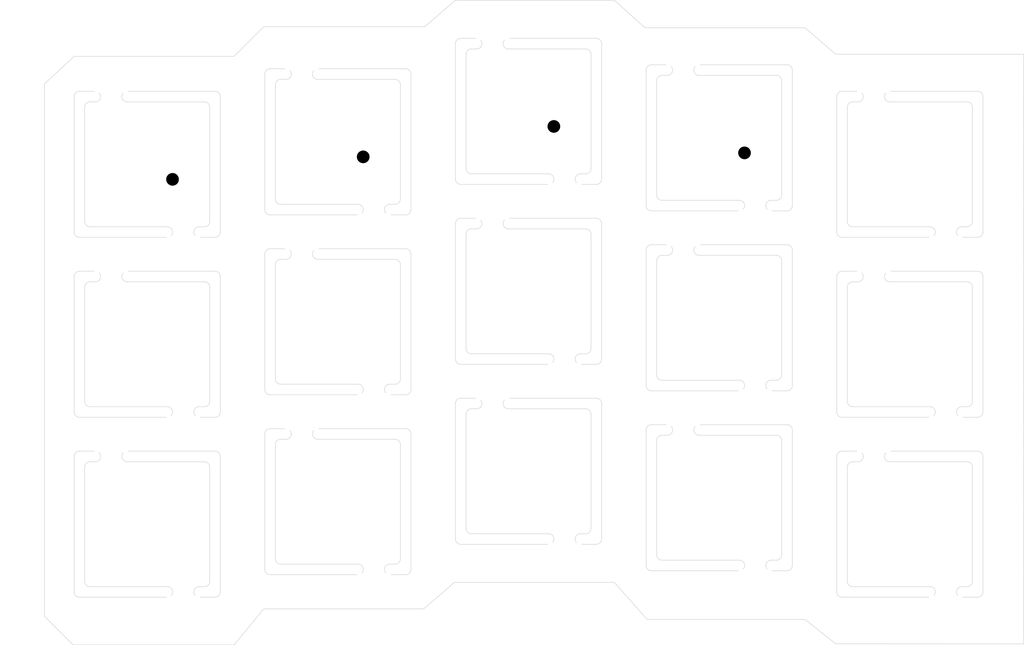
<source format=kicad_pcb>
(kicad_pcb (version 20241229) (generator "pcbnew") (generator_version "9.0")
  (layers (0 "F.Cu" signal) (2 "B.Cu" signal) (13 "F.Paste" user) (15 "B.Paste" user) (5 "F.SilkS" user "F.Silkscreen") (7 "B.SilkS" user "B.Silkscreen") (1 "F.Mask" user) (3 "B.Mask" user) (25 "Edge.Cuts" user))
  (net 0 "")
  (footprint "Footprints:PLATE_choc_footprint_exp" (layer "F.Cu") (at 108 65)
    (property "Reference" "S1" (hide yes))
    (property "Value" "Keyswitch" (hide yes))
    (fp_line (start -6.9 -6.4) (end -6.9 6.4) (stroke (width 0.05)) (layer "Edge.Cuts"))
    (fp_line (start -5.9 -5.4) (end -5.9 5.4) (stroke (width 0.05)) (layer "Edge.Cuts"))
    (fp_line (start -5.4 5.9) (end 1.9 5.9) (stroke (width 0.05)) (layer "Edge.Cuts"))
    (fp_line (start -4.9 -6.9) (end -6.4 -6.9) (stroke (width 0.05)) (layer "Edge.Cuts"))
    (fp_line (start -4.9 -5.9) (end -5.4 -5.9) (stroke (width 0.05)) (layer "Edge.Cuts"))
    (fp_line (start 1.9 6.9) (end -6.4 6.9) (stroke (width 0.05)) (layer "Edge.Cuts"))
    (fp_line (start 4.9 5.9) (end 5.4 5.9) (stroke (width 0.05)) (layer "Edge.Cuts"))
    (fp_line (start 5.4 -5.9) (end -1.9 -5.9) (stroke (width 0.05)) (layer "Edge.Cuts"))
    (fp_line (start 5.9 5.4) (end 5.9 -5.4) (stroke (width 0.05)) (layer "Edge.Cuts"))
    (fp_line (start 6.4 -6.9) (end -1.9 -6.9) (stroke (width 0.05)) (layer "Edge.Cuts"))
    (fp_line (start 6.4 6.9) (end 4.9 6.9) (stroke (width 0.05)) (layer "Edge.Cuts"))
    (fp_line (start 6.9 6.4) (end 6.9 -6.4) (stroke (width 0.05)) (layer "Edge.Cuts"))
    (fp_arc (start -6.9 -6.4) (mid -6.753553 -6.753553) (end -6.4 -6.9) (stroke (width 0.05)) (layer "Edge.Cuts"))
    (fp_arc (start -6.4 6.9) (mid -6.753553 6.753553) (end -6.9 6.4) (stroke (width 0.05)) (layer "Edge.Cuts"))
    (fp_arc (start -5.9 -5.4) (mid -5.753553 -5.753553) (end -5.4 -5.9) (stroke (width 0.05)) (layer "Edge.Cuts"))
    (fp_arc (start -5.4 5.9) (mid -5.753553 5.753553) (end -5.9 5.4) (stroke (width 0.05)) (layer "Edge.Cuts"))
    (fp_arc (start -4.9 -6.9) (mid -4.4 -6.4) (end -4.9 -5.9) (stroke (width 0.05)) (layer "Edge.Cuts"))
    (fp_arc (start -1.9 -5.9) (mid -2.4 -6.4) (end -1.9 -6.9) (stroke (width 0.05)) (layer "Edge.Cuts"))
    (fp_arc (start 1.9 5.9) (mid 2.4 6.4) (end 1.9 6.9) (stroke (width 0.05)) (layer "Edge.Cuts"))
    (fp_arc (start 4.9 6.9) (mid 4.4 6.4) (end 4.9 5.9) (stroke (width 0.05)) (layer "Edge.Cuts"))
    (fp_arc (start 5.4 -5.9) (mid 5.753553 -5.753553) (end 5.9 -5.4) (stroke (width 0.05)) (layer "Edge.Cuts"))
    (fp_arc (start 5.9 5.4) (mid 5.753553 5.753553) (end 5.4 5.9) (stroke (width 0.05)) (layer "Edge.Cuts"))
    (fp_arc (start 6.4 -6.9) (mid 6.753553 -6.753553) (end 6.9 -6.4) (stroke (width 0.05)) (layer "Edge.Cuts"))
    (fp_arc (start 6.9 6.4) (mid 6.753553 6.753553) (end 6.4 6.9) (stroke (width 0.05)) (layer "Edge.Cuts"))
    (pad "" np_thru_hole circle (at -4.67 -7.1) (size 0.75 0.75) (drill 0.75) (layers "*.Cu" "*.Mask"))
    (pad "" np_thru_hole circle (at -3.510001 -4.080003 90) (size 1.9 1.9) (drill 1.9) (layers "*.Cu" "*.Mask"))
    (pad "" np_thru_hole circle (at -3.51 1.42 90) (size 3.45 3.45) (drill 3.45) (layers "*.Cu" "*.Mask"))
    (pad "" np_thru_hole circle (at -3.4 -7.1) (size 0.75 0.75) (drill 0.75) (layers "*.Cu" "*.Mask"))
    (pad "" np_thru_hole circle (at -2.13 -7.1) (size 0.75 0.75) (drill 0.75) (layers "*.Cu" "*.Mask"))
    (pad "" np_thru_hole circle (at 0.29 -3.580001 90) (size 1.2 1.2) (drill 1.2) (layers "*.Cu" "*.Mask"))
    (pad "" np_thru_hole circle (at 2.13 7.1) (size 0.75 0.75) (drill 0.75) (layers "*.Cu" "*.Mask"))
    (pad "" np_thru_hole circle (at 2.39 1.42 90) (size 1.2 1.2) (drill 1.2) (layers "*.Mask"))
    (pad "" np_thru_hole circle (at 3.4 7.1) (size 0.75 0.75) (drill 0.75) (layers "*.Cu" "*.Mask"))
    (pad "" np_thru_hole circle (at 4.67 7.1) (size 0.75 0.75) (drill 0.75) (layers "*.Cu" "*.Mask"))
  )
  (footprint "Footprints:PLATE_choc" (layer "F.Cu") (at 108 99 180)
    (property "Reference" "S11" (hide yes))
    (property "Value" "Keyswitch" (hide yes))
    (fp_line (start 6.9 6.4) (end 6.9 -6.4) (stroke (width 0.05)) (layer "Edge.Cuts"))
    (fp_line (start 6.4 6.9) (end 4.9 6.9) (stroke (width 0.05)) (layer "Edge.Cuts"))
    (fp_line (start 6.4 -6.9) (end -1.9 -6.9) (stroke (width 0.05)) (layer "Edge.Cuts"))
    (fp_line (start 5.9 5.4) (end 5.9 -5.4) (stroke (width 0.05)) (layer "Edge.Cuts"))
    (fp_line (start 5.4 -5.9) (end -1.9 -5.9) (stroke (width 0.05)) (layer "Edge.Cuts"))
    (fp_line (start 4.9 5.9) (end 5.4 5.9) (stroke (width 0.05)) (layer "Edge.Cuts"))
    (fp_line (start 1.9 6.9) (end -6.4 6.9) (stroke (width 0.05)) (layer "Edge.Cuts"))
    (fp_line (start -4.9 -5.9) (end -5.4 -5.9) (stroke (width 0.05)) (layer "Edge.Cuts"))
    (fp_line (start -4.9 -6.9) (end -6.4 -6.9) (stroke (width 0.05)) (layer "Edge.Cuts"))
    (fp_line (start -5.4 5.9) (end 1.9 5.9) (stroke (width 0.05)) (layer "Edge.Cuts"))
    (fp_line (start -5.9 -5.4) (end -5.9 5.4) (stroke (width 0.05)) (layer "Edge.Cuts"))
    (fp_line (start -6.9 -6.4) (end -6.9 6.4) (stroke (width 0.05)) (layer "Edge.Cuts"))
    (fp_arc (start 6.9 6.4) (mid 6.753553 6.753553) (end 6.4 6.9) (stroke (width 0.05)) (layer "Edge.Cuts"))
    (fp_arc (start 6.4 -6.9) (mid 6.753553 -6.753553) (end 6.9 -6.4) (stroke (width 0.05)) (layer "Edge.Cuts"))
    (fp_arc (start 5.9 5.4) (mid 5.753553 5.753553) (end 5.4 5.9) (stroke (width 0.05)) (layer "Edge.Cuts"))
    (fp_arc (start 5.4 -5.9) (mid 5.753553 -5.753553) (end 5.9 -5.4) (stroke (width 0.05)) (layer "Edge.Cuts"))
    (fp_arc (start 4.9 6.9) (mid 4.4 6.4) (end 4.9 5.9) (stroke (width 0.05)) (layer "Edge.Cuts"))
    (fp_arc (start 1.9 5.9) (mid 2.4 6.4) (end 1.9 6.9) (stroke (width 0.05)) (layer "Edge.Cuts"))
    (fp_arc (start -1.9 -5.9) (mid -2.4 -6.4) (end -1.9 -6.9) (stroke (width 0.05)) (layer "Edge.Cuts"))
    (fp_arc (start -4.9 -6.9) (mid -4.4 -6.4) (end -4.9 -5.9) (stroke (width 0.05)) (layer "Edge.Cuts"))
    (fp_arc (start -5.4 5.9) (mid -5.753553 5.753553) (end -5.9 5.4) (stroke (width 0.05)) (layer "Edge.Cuts"))
    (fp_arc (start -5.9 -5.4) (mid -5.753553 -5.753553) (end -5.4 -5.9) (stroke (width 0.05)) (layer "Edge.Cuts"))
    (fp_arc (start -6.4 6.9) (mid -6.753553 6.753553) (end -6.9 6.4) (stroke (width 0.05)) (layer "Edge.Cuts"))
    (fp_arc (start -6.9 -6.4) (mid -6.753553 -6.753553) (end -6.4 -6.9) (stroke (width 0.05)) (layer "Edge.Cuts"))
    (pad "" np_thru_hole circle (at -4.67 -7.1 180) (size 0.75 0.75) (drill 0.75) (layers "*.Cu" "*.Mask"))
    (pad "" np_thru_hole circle (at -3.4 -7.1 180) (size 0.75 0.75) (drill 0.75) (layers "*.Cu" "*.Mask"))
    (pad "" np_thru_hole circle (at -2.13 -7.1 180) (size 0.75 0.75) (drill 0.75) (layers "*.Cu" "*.Mask"))
    (pad "" np_thru_hole circle (at 2.13 7.1 180) (size 0.75 0.75) (drill 0.75) (layers "*.Cu" "*.Mask"))
    (pad "" np_thru_hole circle (at 3.4 7.1 180) (size 0.75 0.75) (drill 0.75) (layers "*.Cu" "*.Mask"))
    (pad "" np_thru_hole circle (at 4.67 7.1 180) (size 0.75 0.75) (drill 0.75) (layers "*.Cu" "*.Mask"))
  )
  (footprint "Footprints:PLATE_choc_footprint_exp" (layer "F.Cu") (at 162 62.5)
    (property "Reference" "S4" (hide yes))
    (property "Value" "Keyswitch" (hide yes))
    (fp_line (start -6.9 -6.4) (end -6.9 6.4) (stroke (width 0.05)) (layer "Edge.Cuts"))
    (fp_line (start -5.9 -5.4) (end -5.9 5.4) (stroke (width 0.05)) (layer "Edge.Cuts"))
    (fp_line (start -5.4 5.9) (end 1.9 5.9) (stroke (width 0.05)) (layer "Edge.Cuts"))
    (fp_line (start -4.9 -6.9) (end -6.4 -6.9) (stroke (width 0.05)) (layer "Edge.Cuts"))
    (fp_line (start -4.9 -5.9) (end -5.4 -5.9) (stroke (width 0.05)) (layer "Edge.Cuts"))
    (fp_line (start 1.9 6.9) (end -6.4 6.9) (stroke (width 0.05)) (layer "Edge.Cuts"))
    (fp_line (start 4.9 5.9) (end 5.4 5.9) (stroke (width 0.05)) (layer "Edge.Cuts"))
    (fp_line (start 5.4 -5.9) (end -1.9 -5.9) (stroke (width 0.05)) (layer "Edge.Cuts"))
    (fp_line (start 5.9 5.4) (end 5.9 -5.4) (stroke (width 0.05)) (layer "Edge.Cuts"))
    (fp_line (start 6.4 -6.9) (end -1.9 -6.9) (stroke (width 0.05)) (layer "Edge.Cuts"))
    (fp_line (start 6.4 6.9) (end 4.9 6.9) (stroke (width 0.05)) (layer "Edge.Cuts"))
    (fp_line (start 6.9 6.4) (end 6.9 -6.4) (stroke (width 0.05)) (layer "Edge.Cuts"))
    (fp_arc (start -6.9 -6.4) (mid -6.753553 -6.753553) (end -6.4 -6.9) (stroke (width 0.05)) (layer "Edge.Cuts"))
    (fp_arc (start -6.4 6.9) (mid -6.753553 6.753553) (end -6.9 6.4) (stroke (width 0.05)) (layer "Edge.Cuts"))
    (fp_arc (start -5.9 -5.4) (mid -5.753553 -5.753553) (end -5.4 -5.9) (stroke (width 0.05)) (layer "Edge.Cuts"))
    (fp_arc (start -5.4 5.9) (mid -5.753553 5.753553) (end -5.9 5.4) (stroke (width 0.05)) (layer "Edge.Cuts"))
    (fp_arc (start -4.9 -6.9) (mid -4.4 -6.4) (end -4.9 -5.9) (stroke (width 0.05)) (layer "Edge.Cuts"))
    (fp_arc (start -1.9 -5.9) (mid -2.4 -6.4) (end -1.9 -6.9) (stroke (width 0.05)) (layer "Edge.Cuts"))
    (fp_arc (start 1.9 5.9) (mid 2.4 6.4) (end 1.9 6.9) (stroke (width 0.05)) (layer "Edge.Cuts"))
    (fp_arc (start 4.9 6.9) (mid 4.4 6.4) (end 4.9 5.9) (stroke (width 0.05)) (layer "Edge.Cuts"))
    (fp_arc (start 5.4 -5.9) (mid 5.753553 -5.753553) (end 5.9 -5.4) (stroke (width 0.05)) (layer "Edge.Cuts"))
    (fp_arc (start 5.9 5.4) (mid 5.753553 5.753553) (end 5.4 5.9) (stroke (width 0.05)) (layer "Edge.Cuts"))
    (fp_arc (start 6.4 -6.9) (mid 6.753553 -6.753553) (end 6.9 -6.4) (stroke (width 0.05)) (layer "Edge.Cuts"))
    (fp_arc (start 6.9 6.4) (mid 6.753553 6.753553) (end 6.4 6.9) (stroke (width 0.05)) (layer "Edge.Cuts"))
    (pad "" np_thru_hole circle (at -4.67 -7.1) (size 0.75 0.75) (drill 0.75) (layers "*.Cu" "*.Mask"))
    (pad "" np_thru_hole circle (at -3.510001 -4.080003 90) (size 1.9 1.9) (drill 1.9) (layers "*.Cu" "*.Mask"))
    (pad "" np_thru_hole circle (at -3.51 1.42 90) (size 3.45 3.45) (drill 3.45) (layers "*.Cu" "*.Mask"))
    (pad "" np_thru_hole circle (at -3.4 -7.1) (size 0.75 0.75) (drill 0.75) (layers "*.Cu" "*.Mask"))
    (pad "" np_thru_hole circle (at -2.13 -7.1) (size 0.75 0.75) (drill 0.75) (layers "*.Cu" "*.Mask"))
    (pad "" np_thru_hole circle (at 0.29 -3.580001 90) (size 1.2 1.2) (drill 1.2) (layers "*.Cu" "*.Mask"))
    (pad "" np_thru_hole circle (at 2.13 7.1) (size 0.75 0.75) (drill 0.75) (layers "*.Cu" "*.Mask"))
    (pad "" np_thru_hole circle (at 2.39 1.42 90) (size 1.2 1.2) (drill 1.2) (layers "*.Mask"))
    (pad "" np_thru_hole circle (at 3.4 7.1) (size 0.75 0.75) (drill 0.75) (layers "*.Cu" "*.Mask"))
    (pad "" np_thru_hole circle (at 4.67 7.1) (size 0.75 0.75) (drill 0.75) (layers "*.Cu" "*.Mask"))
  )
  (footprint "Footprints:PLATE_choc_footprint_exp" (layer "F.Cu") (at 144 60)
    (property "Reference" "S3" (hide yes))
    (property "Value" "Keyswitch" (hide yes))
    (fp_line (start -6.9 -6.4) (end -6.9 6.4) (stroke (width 0.05)) (layer "Edge.Cuts"))
    (fp_line (start -5.9 -5.4) (end -5.9 5.4) (stroke (width 0.05)) (layer "Edge.Cuts"))
    (fp_line (start -5.4 5.9) (end 1.9 5.9) (stroke (width 0.05)) (layer "Edge.Cuts"))
    (fp_line (start -4.9 -6.9) (end -6.4 -6.9) (stroke (width 0.05)) (layer "Edge.Cuts"))
    (fp_line (start -4.9 -5.9) (end -5.4 -5.9) (stroke (width 0.05)) (layer "Edge.Cuts"))
    (fp_line (start 1.9 6.9) (end -6.4 6.9) (stroke (width 0.05)) (layer "Edge.Cuts"))
    (fp_line (start 4.9 5.9) (end 5.4 5.9) (stroke (width 0.05)) (layer "Edge.Cuts"))
    (fp_line (start 5.4 -5.9) (end -1.9 -5.9) (stroke (width 0.05)) (layer "Edge.Cuts"))
    (fp_line (start 5.9 5.4) (end 5.9 -5.4) (stroke (width 0.05)) (layer "Edge.Cuts"))
    (fp_line (start 6.4 -6.9) (end -1.9 -6.9) (stroke (width 0.05)) (layer "Edge.Cuts"))
    (fp_line (start 6.4 6.9) (end 4.9 6.9) (stroke (width 0.05)) (layer "Edge.Cuts"))
    (fp_line (start 6.9 6.4) (end 6.9 -6.4) (stroke (width 0.05)) (layer "Edge.Cuts"))
    (fp_arc (start -6.9 -6.4) (mid -6.753553 -6.753553) (end -6.4 -6.9) (stroke (width 0.05)) (layer "Edge.Cuts"))
    (fp_arc (start -6.4 6.9) (mid -6.753553 6.753553) (end -6.9 6.4) (stroke (width 0.05)) (layer "Edge.Cuts"))
    (fp_arc (start -5.9 -5.4) (mid -5.753553 -5.753553) (end -5.4 -5.9) (stroke (width 0.05)) (layer "Edge.Cuts"))
    (fp_arc (start -5.4 5.9) (mid -5.753553 5.753553) (end -5.9 5.4) (stroke (width 0.05)) (layer "Edge.Cuts"))
    (fp_arc (start -4.9 -6.9) (mid -4.4 -6.4) (end -4.9 -5.9) (stroke (width 0.05)) (layer "Edge.Cuts"))
    (fp_arc (start -1.9 -5.9) (mid -2.4 -6.4) (end -1.9 -6.9) (stroke (width 0.05)) (layer "Edge.Cuts"))
    (fp_arc (start 1.9 5.9) (mid 2.4 6.4) (end 1.9 6.9) (stroke (width 0.05)) (layer "Edge.Cuts"))
    (fp_arc (start 4.9 6.9) (mid 4.4 6.4) (end 4.9 5.9) (stroke (width 0.05)) (layer "Edge.Cuts"))
    (fp_arc (start 5.4 -5.9) (mid 5.753553 -5.753553) (end 5.9 -5.4) (stroke (width 0.05)) (layer "Edge.Cuts"))
    (fp_arc (start 5.9 5.4) (mid 5.753553 5.753553) (end 5.4 5.9) (stroke (width 0.05)) (layer "Edge.Cuts"))
    (fp_arc (start 6.4 -6.9) (mid 6.753553 -6.753553) (end 6.9 -6.4) (stroke (width 0.05)) (layer "Edge.Cuts"))
    (fp_arc (start 6.9 6.4) (mid 6.753553 6.753553) (end 6.4 6.9) (stroke (width 0.05)) (layer "Edge.Cuts"))
    (pad "" np_thru_hole circle (at -4.67 -7.1) (size 0.75 0.75) (drill 0.75) (layers "*.Cu" "*.Mask"))
    (pad "" np_thru_hole circle (at -3.510001 -4.080003 90) (size 1.9 1.9) (drill 1.9) (layers "*.Cu" "*.Mask"))
    (pad "" np_thru_hole circle (at -3.51 1.42 90) (size 3.45 3.45) (drill 3.45) (layers "*.Cu" "*.Mask"))
    (pad "" np_thru_hole circle (at -3.4 -7.1) (size 0.75 0.75) (drill 0.75) (layers "*.Cu" "*.Mask"))
    (pad "" np_thru_hole circle (at -2.13 -7.1) (size 0.75 0.75) (drill 0.75) (layers "*.Cu" "*.Mask"))
    (pad "" np_thru_hole circle (at 0.29 -3.580001 90) (size 1.2 1.2) (drill 1.2) (layers "*.Cu" "*.Mask"))
    (pad "" np_thru_hole circle (at 2.13 7.1) (size 0.75 0.75) (drill 0.75) (layers "*.Cu" "*.Mask"))
    (pad "" np_thru_hole circle (at 2.39 1.42 90) (size 1.2 1.2) (drill 1.2) (layers "*.Mask"))
    (pad "" np_thru_hole circle (at 3.4 7.1) (size 0.75 0.75) (drill 0.75) (layers "*.Cu" "*.Mask"))
    (pad "" np_thru_hole circle (at 4.67 7.1) (size 0.75 0.75) (drill 0.75) (layers "*.Cu" "*.Mask"))
  )
  (footprint "Footprints:PLATE_choc" (layer "F.Cu") (at 162 96.5 180)
    (property "Reference" "S14" (hide yes))
    (property "Value" "Keyswitch" (hide yes))
    (fp_line (start 6.9 6.4) (end 6.9 -6.4) (stroke (width 0.05)) (layer "Edge.Cuts"))
    (fp_line (start 6.4 6.9) (end 4.9 6.9) (stroke (width 0.05)) (layer "Edge.Cuts"))
    (fp_line (start 6.4 -6.9) (end -1.9 -6.9) (stroke (width 0.05)) (layer "Edge.Cuts"))
    (fp_line (start 5.9 5.4) (end 5.9 -5.4) (stroke (width 0.05)) (layer "Edge.Cuts"))
    (fp_line (start 5.4 -5.9) (end -1.9 -5.9) (stroke (width 0.05)) (layer "Edge.Cuts"))
    (fp_line (start 4.9 5.9) (end 5.4 5.9) (stroke (width 0.05)) (layer "Edge.Cuts"))
    (fp_line (start 1.9 6.9) (end -6.4 6.9) (stroke (width 0.05)) (layer "Edge.Cuts"))
    (fp_line (start -4.9 -5.9) (end -5.4 -5.9) (stroke (width 0.05)) (layer "Edge.Cuts"))
    (fp_line (start -4.9 -6.9) (end -6.4 -6.9) (stroke (width 0.05)) (layer "Edge.Cuts"))
    (fp_line (start -5.4 5.9) (end 1.9 5.9) (stroke (width 0.05)) (layer "Edge.Cuts"))
    (fp_line (start -5.9 -5.4) (end -5.9 5.4) (stroke (width 0.05)) (layer "Edge.Cuts"))
    (fp_line (start -6.9 -6.4) (end -6.9 6.4) (stroke (width 0.05)) (layer "Edge.Cuts"))
    (fp_arc (start 6.9 6.4) (mid 6.753553 6.753553) (end 6.4 6.9) (stroke (width 0.05)) (layer "Edge.Cuts"))
    (fp_arc (start 6.4 -6.9) (mid 6.753553 -6.753553) (end 6.9 -6.4) (stroke (width 0.05)) (layer "Edge.Cuts"))
    (fp_arc (start 5.9 5.4) (mid 5.753553 5.753553) (end 5.4 5.9) (stroke (width 0.05)) (layer "Edge.Cuts"))
    (fp_arc (start 5.4 -5.9) (mid 5.753553 -5.753553) (end 5.9 -5.4) (stroke (width 0.05)) (layer "Edge.Cuts"))
    (fp_arc (start 4.9 6.9) (mid 4.4 6.4) (end 4.9 5.9) (stroke (width 0.05)) (layer "Edge.Cuts"))
    (fp_arc (start 1.9 5.9) (mid 2.4 6.4) (end 1.9 6.9) (stroke (width 0.05)) (layer "Edge.Cuts"))
    (fp_arc (start -1.9 -5.9) (mid -2.4 -6.4) (end -1.9 -6.9) (stroke (width 0.05)) (layer "Edge.Cuts"))
    (fp_arc (start -4.9 -6.9) (mid -4.4 -6.4) (end -4.9 -5.9) (stroke (width 0.05)) (layer "Edge.Cuts"))
    (fp_arc (start -5.4 5.9) (mid -5.753553 5.753553) (end -5.9 5.4) (stroke (width 0.05)) (layer "Edge.Cuts"))
    (fp_arc (start -5.9 -5.4) (mid -5.753553 -5.753553) (end -5.4 -5.9) (stroke (width 0.05)) (layer "Edge.Cuts"))
    (fp_arc (start -6.4 6.9) (mid -6.753553 6.753553) (end -6.9 6.4) (stroke (width 0.05)) (layer "Edge.Cuts"))
    (fp_arc (start -6.9 -6.4) (mid -6.753553 -6.753553) (end -6.4 -6.9) (stroke (width 0.05)) (layer "Edge.Cuts"))
    (pad "" np_thru_hole circle (at -4.67 -7.1 180) (size 0.75 0.75) (drill 0.75) (layers "*.Cu" "*.Mask"))
    (pad "" np_thru_hole circle (at -3.4 -7.1 180) (size 0.75 0.75) (drill 0.75) (layers "*.Cu" "*.Mask"))
    (pad "" np_thru_hole circle (at -2.13 -7.1 180) (size 0.75 0.75) (drill 0.75) (layers "*.Cu" "*.Mask"))
    (pad "" np_thru_hole circle (at 2.13 7.1 180) (size 0.75 0.75) (drill 0.75) (layers "*.Cu" "*.Mask"))
    (pad "" np_thru_hole circle (at 3.4 7.1 180) (size 0.75 0.75) (drill 0.75) (layers "*.Cu" "*.Mask"))
    (pad "" np_thru_hole circle (at 4.67 7.1 180) (size 0.75 0.75) (drill 0.75) (layers "*.Cu" "*.Mask"))
  )
  (footprint "Footprints:PLATE_choc" (layer "F.Cu") (at 144 77)
    (property "Reference" "S8" (hide yes))
    (property "Value" "Keyswitch" (hide yes))
    (fp_line (start -6.9 -6.4) (end -6.9 6.4) (stroke (width 0.05)) (layer "Edge.Cuts"))
    (fp_line (start -5.9 -5.4) (end -5.9 5.4) (stroke (width 0.05)) (layer "Edge.Cuts"))
    (fp_line (start -5.4 5.9) (end 1.9 5.9) (stroke (width 0.05)) (layer "Edge.Cuts"))
    (fp_line (start -4.9 -6.9) (end -6.4 -6.9) (stroke (width 0.05)) (layer "Edge.Cuts"))
    (fp_line (start -4.9 -5.9) (end -5.4 -5.9) (stroke (width 0.05)) (layer "Edge.Cuts"))
    (fp_line (start 1.9 6.9) (end -6.4 6.9) (stroke (width 0.05)) (layer "Edge.Cuts"))
    (fp_line (start 4.9 5.9) (end 5.4 5.9) (stroke (width 0.05)) (layer "Edge.Cuts"))
    (fp_line (start 5.4 -5.9) (end -1.9 -5.9) (stroke (width 0.05)) (layer "Edge.Cuts"))
    (fp_line (start 5.9 5.4) (end 5.9 -5.4) (stroke (width 0.05)) (layer "Edge.Cuts"))
    (fp_line (start 6.4 -6.9) (end -1.9 -6.9) (stroke (width 0.05)) (layer "Edge.Cuts"))
    (fp_line (start 6.4 6.9) (end 4.9 6.9) (stroke (width 0.05)) (layer "Edge.Cuts"))
    (fp_line (start 6.9 6.4) (end 6.9 -6.4) (stroke (width 0.05)) (layer "Edge.Cuts"))
    (fp_arc (start -6.9 -6.4) (mid -6.753553 -6.753553) (end -6.4 -6.9) (stroke (width 0.05)) (layer "Edge.Cuts"))
    (fp_arc (start -6.4 6.9) (mid -6.753553 6.753553) (end -6.9 6.4) (stroke (width 0.05)) (layer "Edge.Cuts"))
    (fp_arc (start -5.9 -5.4) (mid -5.753553 -5.753553) (end -5.4 -5.9) (stroke (width 0.05)) (layer "Edge.Cuts"))
    (fp_arc (start -5.4 5.9) (mid -5.753553 5.753553) (end -5.9 5.4) (stroke (width 0.05)) (layer "Edge.Cuts"))
    (fp_arc (start -4.9 -6.9) (mid -4.4 -6.4) (end -4.9 -5.9) (stroke (width 0.05)) (layer "Edge.Cuts"))
    (fp_arc (start -1.9 -5.9) (mid -2.4 -6.4) (end -1.9 -6.9) (stroke (width 0.05)) (layer "Edge.Cuts"))
    (fp_arc (start 1.9 5.9) (mid 2.4 6.4) (end 1.9 6.9) (stroke (width 0.05)) (layer "Edge.Cuts"))
    (fp_arc (start 4.9 6.9) (mid 4.4 6.4) (end 4.9 5.9) (stroke (width 0.05)) (layer "Edge.Cuts"))
    (fp_arc (start 5.4 -5.9) (mid 5.753553 -5.753553) (end 5.9 -5.4) (stroke (width 0.05)) (layer "Edge.Cuts"))
    (fp_arc (start 5.9 5.4) (mid 5.753553 5.753553) (end 5.4 5.9) (stroke (width 0.05)) (layer "Edge.Cuts"))
    (fp_arc (start 6.4 -6.9) (mid 6.753553 -6.753553) (end 6.9 -6.4) (stroke (width 0.05)) (layer "Edge.Cuts"))
    (fp_arc (start 6.9 6.4) (mid 6.753553 6.753553) (end 6.4 6.9) (stroke (width 0.05)) (layer "Edge.Cuts"))
    (pad "" np_thru_hole circle (at -4.67 -7.1) (size 0.75 0.75) (drill 0.75) (layers "*.Cu" "*.Mask"))
    (pad "" np_thru_hole circle (at -3.4 -7.1) (size 0.75 0.75) (drill 0.75) (layers "*.Cu" "*.Mask"))
    (pad "" np_thru_hole circle (at -2.13 -7.1) (size 0.75 0.75) (drill 0.75) (layers "*.Cu" "*.Mask"))
    (pad "" np_thru_hole circle (at 2.13 7.1) (size 0.75 0.75) (drill 0.75) (layers "*.Cu" "*.Mask"))
    (pad "" np_thru_hole circle (at 3.4 7.1) (size 0.75 0.75) (drill 0.75) (layers "*.Cu" "*.Mask"))
    (pad "" np_thru_hole circle (at 4.67 7.1) (size 0.75 0.75) (drill 0.75) (layers "*.Cu" "*.Mask"))
  )
  (footprint "Footprints:PLATE_choc" (layer "F.Cu") (at 126 79.875)
    (property "Reference" "S7" (hide yes))
    (property "Value" "Keyswitch" (hide yes))
    (fp_line (start -6.9 -6.4) (end -6.9 6.4) (stroke (width 0.05)) (layer "Edge.Cuts"))
    (fp_line (start -5.9 -5.4) (end -5.9 5.4) (stroke (width 0.05)) (layer "Edge.Cuts"))
    (fp_line (start -5.4 5.9) (end 1.9 5.9) (stroke (width 0.05)) (layer "Edge.Cuts"))
    (fp_line (start -4.9 -6.9) (end -6.4 -6.9) (stroke (width 0.05)) (layer "Edge.Cuts"))
    (fp_line (start -4.9 -5.9) (end -5.4 -5.9) (stroke (width 0.05)) (layer "Edge.Cuts"))
    (fp_line (start 1.9 6.9) (end -6.4 6.9) (stroke (width 0.05)) (layer "Edge.Cuts"))
    (fp_line (start 4.9 5.9) (end 5.4 5.9) (stroke (width 0.05)) (layer "Edge.Cuts"))
    (fp_line (start 5.4 -5.9) (end -1.9 -5.9) (stroke (width 0.05)) (layer "Edge.Cuts"))
    (fp_line (start 5.9 5.4) (end 5.9 -5.4) (stroke (width 0.05)) (layer "Edge.Cuts"))
    (fp_line (start 6.4 -6.9) (end -1.9 -6.9) (stroke (width 0.05)) (layer "Edge.Cuts"))
    (fp_line (start 6.4 6.9) (end 4.9 6.9) (stroke (width 0.05)) (layer "Edge.Cuts"))
    (fp_line (start 6.9 6.4) (end 6.9 -6.4) (stroke (width 0.05)) (layer "Edge.Cuts"))
    (fp_arc (start -6.9 -6.4) (mid -6.753553 -6.753553) (end -6.4 -6.9) (stroke (width 0.05)) (layer "Edge.Cuts"))
    (fp_arc (start -6.4 6.9) (mid -6.753553 6.753553) (end -6.9 6.4) (stroke (width 0.05)) (layer "Edge.Cuts"))
    (fp_arc (start -5.9 -5.4) (mid -5.753553 -5.753553) (end -5.4 -5.9) (stroke (width 0.05)) (layer "Edge.Cuts"))
    (fp_arc (start -5.4 5.9) (mid -5.753553 5.753553) (end -5.9 5.4) (stroke (width 0.05)) (layer "Edge.Cuts"))
    (fp_arc (start -4.9 -6.9) (mid -4.4 -6.4) (end -4.9 -5.9) (stroke (width 0.05)) (layer "Edge.Cuts"))
    (fp_arc (start -1.9 -5.9) (mid -2.4 -6.4) (end -1.9 -6.9) (stroke (width 0.05)) (layer "Edge.Cuts"))
    (fp_arc (start 1.9 5.9) (mid 2.4 6.4) (end 1.9 6.9) (stroke (width 0.05)) (layer "Edge.Cuts"))
    (fp_arc (start 4.9 6.9) (mid 4.4 6.4) (end 4.9 5.9) (stroke (width 0.05)) (layer "Edge.Cuts"))
    (fp_arc (start 5.4 -5.9) (mid 5.753553 -5.753553) (end 5.9 -5.4) (stroke (width 0.05)) (layer "Edge.Cuts"))
    (fp_arc (start 5.9 5.4) (mid 5.753553 5.753553) (end 5.4 5.9) (stroke (width 0.05)) (layer "Edge.Cuts"))
    (fp_arc (start 6.4 -6.9) (mid 6.753553 -6.753553) (end 6.9 -6.4) (stroke (width 0.05)) (layer "Edge.Cuts"))
    (fp_arc (start 6.9 6.4) (mid 6.753553 6.753553) (end 6.4 6.9) (stroke (width 0.05)) (layer "Edge.Cuts"))
    (pad "" np_thru_hole circle (at -4.67 -7.1) (size 0.75 0.75) (drill 0.75) (layers "*.Cu" "*.Mask"))
    (pad "" np_thru_hole circle (at -3.4 -7.1) (size 0.75 0.75) (drill 0.75) (layers "*.Cu" "*.Mask"))
    (pad "" np_thru_hole circle (at -2.13 -7.1) (size 0.75 0.75) (drill 0.75) (layers "*.Cu" "*.Mask"))
    (pad "" np_thru_hole circle (at 2.13 7.1) (size 0.75 0.75) (drill 0.75) (layers "*.Cu" "*.Mask"))
    (pad "" np_thru_hole circle (at 3.4 7.1) (size 0.75 0.75) (drill 0.75) (layers "*.Cu" "*.Mask"))
    (pad "" np_thru_hole circle (at 4.67 7.1) (size 0.75 0.75) (drill 0.75) (layers "*.Cu" "*.Mask"))
  )
  (footprint "Footprints:PLATE_choc" (layer "F.Cu") (at 126 96.875 180)
    (property "Reference" "S12" (hide yes))
    (property "Value" "Keyswitch" (hide yes))
    (fp_line (start 6.9 6.4) (end 6.9 -6.4) (stroke (width 0.05)) (layer "Edge.Cuts"))
    (fp_line (start 6.4 6.9) (end 4.9 6.9) (stroke (width 0.05)) (layer "Edge.Cuts"))
    (fp_line (start 6.4 -6.9) (end -1.9 -6.9) (stroke (width 0.05)) (layer "Edge.Cuts"))
    (fp_line (start 5.9 5.4) (end 5.9 -5.4) (stroke (width 0.05)) (layer "Edge.Cuts"))
    (fp_line (start 5.4 -5.9) (end -1.9 -5.9) (stroke (width 0.05)) (layer "Edge.Cuts"))
    (fp_line (start 4.9 5.9) (end 5.4 5.9) (stroke (width 0.05)) (layer "Edge.Cuts"))
    (fp_line (start 1.9 6.9) (end -6.4 6.9) (stroke (width 0.05)) (layer "Edge.Cuts"))
    (fp_line (start -4.9 -5.9) (end -5.4 -5.9) (stroke (width 0.05)) (layer "Edge.Cuts"))
    (fp_line (start -4.9 -6.9) (end -6.4 -6.9) (stroke (width 0.05)) (layer "Edge.Cuts"))
    (fp_line (start -5.4 5.9) (end 1.9 5.9) (stroke (width 0.05)) (layer "Edge.Cuts"))
    (fp_line (start -5.9 -5.4) (end -5.9 5.4) (stroke (width 0.05)) (layer "Edge.Cuts"))
    (fp_line (start -6.9 -6.4) (end -6.9 6.4) (stroke (width 0.05)) (layer "Edge.Cuts"))
    (fp_arc (start 6.9 6.4) (mid 6.753553 6.753553) (end 6.4 6.9) (stroke (width 0.05)) (layer "Edge.Cuts"))
    (fp_arc (start 6.4 -6.9) (mid 6.753553 -6.753553) (end 6.9 -6.4) (stroke (width 0.05)) (layer "Edge.Cuts"))
    (fp_arc (start 5.9 5.4) (mid 5.753553 5.753553) (end 5.4 5.9) (stroke (width 0.05)) (layer "Edge.Cuts"))
    (fp_arc (start 5.4 -5.9) (mid 5.753553 -5.753553) (end 5.9 -5.4) (stroke (width 0.05)) (layer "Edge.Cuts"))
    (fp_arc (start 4.9 6.9) (mid 4.4 6.4) (end 4.9 5.9) (stroke (width 0.05)) (layer "Edge.Cuts"))
    (fp_arc (start 1.9 5.9) (mid 2.4 6.4) (end 1.9 6.9) (stroke (width 0.05)) (layer "Edge.Cuts"))
    (fp_arc (start -1.9 -5.9) (mid -2.4 -6.4) (end -1.9 -6.9) (stroke (width 0.05)) (layer "Edge.Cuts"))
    (fp_arc (start -4.9 -6.9) (mid -4.4 -6.4) (end -4.9 -5.9) (stroke (width 0.05)) (layer "Edge.Cuts"))
    (fp_arc (start -5.4 5.9) (mid -5.753553 5.753553) (end -5.9 5.4) (stroke (width 0.05)) (layer "Edge.Cuts"))
    (fp_arc (start -5.9 -5.4) (mid -5.753553 -5.753553) (end -5.4 -5.9) (stroke (width 0.05)) (layer "Edge.Cuts"))
    (fp_arc (start -6.4 6.9) (mid -6.753553 6.753553) (end -6.9 6.4) (stroke (width 0.05)) (layer "Edge.Cuts"))
    (fp_arc (start -6.9 -6.4) (mid -6.753553 -6.753553) (end -6.4 -6.9) (stroke (width 0.05)) (layer "Edge.Cuts"))
    (pad "" np_thru_hole circle (at -4.67 -7.1 180) (size 0.75 0.75) (drill 0.75) (layers "*.Cu" "*.Mask"))
    (pad "" np_thru_hole circle (at -3.4 -7.1 180) (size 0.75 0.75) (drill 0.75) (layers "*.Cu" "*.Mask"))
    (pad "" np_thru_hole circle (at -2.13 -7.1 180) (size 0.75 0.75) (drill 0.75) (layers "*.Cu" "*.Mask"))
    (pad "" np_thru_hole circle (at 2.13 7.1 180) (size 0.75 0.75) (drill 0.75) (layers "*.Cu" "*.Mask"))
    (pad "" np_thru_hole circle (at 3.4 7.1 180) (size 0.75 0.75) (drill 0.75) (layers "*.Cu" "*.Mask"))
    (pad "" np_thru_hole circle (at 4.67 7.1 180) (size 0.75 0.75) (drill 0.75) (layers "*.Cu" "*.Mask"))
  )
  (footprint "Footprints:PLATE_choc" (layer "F.Cu") (at 108 82)
    (property "Reference" "S6" (hide yes))
    (property "Value" "Keyswitch" (hide yes))
    (fp_line (start -6.9 -6.4) (end -6.9 6.4) (stroke (width 0.05)) (layer "Edge.Cuts"))
    (fp_line (start -5.9 -5.4) (end -5.9 5.4) (stroke (width 0.05)) (layer "Edge.Cuts"))
    (fp_line (start -5.4 5.9) (end 1.9 5.9) (stroke (width 0.05)) (layer "Edge.Cuts"))
    (fp_line (start -4.9 -6.9) (end -6.4 -6.9) (stroke (width 0.05)) (layer "Edge.Cuts"))
    (fp_line (start -4.9 -5.9) (end -5.4 -5.9) (stroke (width 0.05)) (layer "Edge.Cuts"))
    (fp_line (start 1.9 6.9) (end -6.4 6.9) (stroke (width 0.05)) (layer "Edge.Cuts"))
    (fp_line (start 4.9 5.9) (end 5.4 5.9) (stroke (width 0.05)) (layer "Edge.Cuts"))
    (fp_line (start 5.4 -5.9) (end -1.9 -5.9) (stroke (width 0.05)) (layer "Edge.Cuts"))
    (fp_line (start 5.9 5.4) (end 5.9 -5.4) (stroke (width 0.05)) (layer "Edge.Cuts"))
    (fp_line (start 6.4 -6.9) (end -1.9 -6.9) (stroke (width 0.05)) (layer "Edge.Cuts"))
    (fp_line (start 6.4 6.9) (end 4.9 6.9) (stroke (width 0.05)) (layer "Edge.Cuts"))
    (fp_line (start 6.9 6.4) (end 6.9 -6.4) (stroke (width 0.05)) (layer "Edge.Cuts"))
    (fp_arc (start -6.9 -6.4) (mid -6.753553 -6.753553) (end -6.4 -6.9) (stroke (width 0.05)) (layer "Edge.Cuts"))
    (fp_arc (start -6.4 6.9) (mid -6.753553 6.753553) (end -6.9 6.4) (stroke (width 0.05)) (layer "Edge.Cuts"))
    (fp_arc (start -5.9 -5.4) (mid -5.753553 -5.753553) (end -5.4 -5.9) (stroke (width 0.05)) (layer "Edge.Cuts"))
    (fp_arc (start -5.4 5.9) (mid -5.753553 5.753553) (end -5.9 5.4) (stroke (width 0.05)) (layer "Edge.Cuts"))
    (fp_arc (start -4.9 -6.9) (mid -4.4 -6.4) (end -4.9 -5.9) (stroke (width 0.05)) (layer "Edge.Cuts"))
    (fp_arc (start -1.9 -5.9) (mid -2.4 -6.4) (end -1.9 -6.9) (stroke (width 0.05)) (layer "Edge.Cuts"))
    (fp_arc (start 1.9 5.9) (mid 2.4 6.4) (end 1.9 6.9) (stroke (width 0.05)) (layer "Edge.Cuts"))
    (fp_arc (start 4.9 6.9) (mid 4.4 6.4) (end 4.9 5.9) (stroke (width 0.05)) (layer "Edge.Cuts"))
    (fp_arc (start 5.4 -5.9) (mid 5.753553 -5.753553) (end 5.9 -5.4) (stroke (width 0.05)) (layer "Edge.Cuts"))
    (fp_arc (start 5.9 5.4) (mid 5.753553 5.753553) (end 5.4 5.9) (stroke (width 0.05)) (layer "Edge.Cuts"))
    (fp_arc (start 6.4 -6.9) (mid 6.753553 -6.753553) (end 6.9 -6.4) (stroke (width 0.05)) (layer "Edge.Cuts"))
    (fp_arc (start 6.9 6.4) (mid 6.753553 6.753553) (end 6.4 6.9) (stroke (width 0.05)) (layer "Edge.Cuts"))
    (pad "" np_thru_hole circle (at -4.67 -7.1) (size 0.75 0.75) (drill 0.75) (layers "*.Cu" "*.Mask"))
    (pad "" np_thru_hole circle (at -3.4 -7.1) (size 0.75 0.75) (drill 0.75) (layers "*.Cu" "*.Mask"))
    (pad "" np_thru_hole circle (at -2.13 -7.1) (size 0.75 0.75) (drill 0.75) (layers "*.Cu" "*.Mask"))
    (pad "" np_thru_hole circle (at 2.13 7.1) (size 0.75 0.75) (drill 0.75) (layers "*.Cu" "*.Mask"))
    (pad "" np_thru_hole circle (at 3.4 7.1) (size 0.75 0.75) (drill 0.75) (layers "*.Cu" "*.Mask"))
    (pad "" np_thru_hole circle (at 4.67 7.1) (size 0.75 0.75) (drill 0.75) (layers "*.Cu" "*.Mask"))
  )
  (footprint "Footprints:PLATE_choc" (layer "F.Cu") (at 180 99 180)
    (property "Reference" "S13" (hide yes))
    (property "Value" "Keyswitch" (hide yes))
    (fp_line (start 6.9 6.4) (end 6.9 -6.4) (stroke (width 0.05)) (layer "Edge.Cuts"))
    (fp_line (start 6.4 6.9) (end 4.9 6.9) (stroke (width 0.05)) (layer "Edge.Cuts"))
    (fp_line (start 6.4 -6.9) (end -1.9 -6.9) (stroke (width 0.05)) (layer "Edge.Cuts"))
    (fp_line (start 5.9 5.4) (end 5.9 -5.4) (stroke (width 0.05)) (layer "Edge.Cuts"))
    (fp_line (start 5.4 -5.9) (end -1.9 -5.9) (stroke (width 0.05)) (layer "Edge.Cuts"))
    (fp_line (start 4.9 5.9) (end 5.4 5.9) (stroke (width 0.05)) (layer "Edge.Cuts"))
    (fp_line (start 1.9 6.9) (end -6.4 6.9) (stroke (width 0.05)) (layer "Edge.Cuts"))
    (fp_line (start -4.9 -5.9) (end -5.4 -5.9) (stroke (width 0.05)) (layer "Edge.Cuts"))
    (fp_line (start -4.9 -6.9) (end -6.4 -6.9) (stroke (width 0.05)) (layer "Edge.Cuts"))
    (fp_line (start -5.4 5.9) (end 1.9 5.9) (stroke (width 0.05)) (layer "Edge.Cuts"))
    (fp_line (start -5.9 -5.4) (end -5.9 5.4) (stroke (width 0.05)) (layer "Edge.Cuts"))
    (fp_line (start -6.9 -6.4) (end -6.9 6.4) (stroke (width 0.05)) (layer "Edge.Cuts"))
    (fp_arc (start 6.9 6.4) (mid 6.753553 6.753553) (end 6.4 6.9) (stroke (width 0.05)) (layer "Edge.Cuts"))
    (fp_arc (start 6.4 -6.9) (mid 6.753553 -6.753553) (end 6.9 -6.4) (stroke (width 0.05)) (layer "Edge.Cuts"))
    (fp_arc (start 5.9 5.4) (mid 5.753553 5.753553) (end 5.4 5.9) (stroke (width 0.05)) (layer "Edge.Cuts"))
    (fp_arc (start 5.4 -5.9) (mid 5.753553 -5.753553) (end 5.9 -5.4) (stroke (width 0.05)) (layer "Edge.Cuts"))
    (fp_arc (start 4.9 6.9) (mid 4.4 6.4) (end 4.9 5.9) (stroke (width 0.05)) (layer "Edge.Cuts"))
    (fp_arc (start 1.9 5.9) (mid 2.4 6.4) (end 1.9 6.9) (stroke (width 0.05)) (layer "Edge.Cuts"))
    (fp_arc (start -1.9 -5.9) (mid -2.4 -6.4) (end -1.9 -6.9) (stroke (width 0.05)) (layer "Edge.Cuts"))
    (fp_arc (start -4.9 -6.9) (mid -4.4 -6.4) (end -4.9 -5.9) (stroke (width 0.05)) (layer "Edge.Cuts"))
    (fp_arc (start -5.4 5.9) (mid -5.753553 5.753553) (end -5.9 5.4) (stroke (width 0.05)) (layer "Edge.Cuts"))
    (fp_arc (start -5.9 -5.4) (mid -5.753553 -5.753553) (end -5.4 -5.9) (stroke (width 0.05)) (layer "Edge.Cuts"))
    (fp_arc (start -6.4 6.9) (mid -6.753553 6.753553) (end -6.9 6.4) (stroke (width 0.05)) (layer "Edge.Cuts"))
    (fp_arc (start -6.9 -6.4) (mid -6.753553 -6.753553) (end -6.4 -6.9) (stroke (width 0.05)) (layer "Edge.Cuts"))
    (pad "" np_thru_hole circle (at -4.67 -7.1 180) (size 0.75 0.75) (drill 0.75) (layers "*.Cu" "*.Mask"))
    (pad "" np_thru_hole circle (at -3.4 -7.1 180) (size 0.75 0.75) (drill 0.75) (layers "*.Cu" "*.Mask"))
    (pad "" np_thru_hole circle (at -2.13 -7.1 180) (size 0.75 0.75) (drill 0.75) (layers "*.Cu" "*.Mask"))
    (pad "" np_thru_hole circle (at 2.13 7.1 180) (size 0.75 0.75) (drill 0.75) (layers "*.Cu" "*.Mask"))
    (pad "" np_thru_hole circle (at 3.4 7.1 180) (size 0.75 0.75) (drill 0.75) (layers "*.Cu" "*.Mask"))
    (pad "" np_thru_hole circle (at 4.67 7.1 180) (size 0.75 0.75) (drill 0.75) (layers "*.Cu" "*.Mask"))
  )
  (footprint "Footprints:PLATE_choc" (layer "F.Cu") (at 180 65)
    (property "Reference" "S5" (hide yes))
    (property "Value" "Keyswitch" (hide yes))
    (fp_line (start -6.9 -6.4) (end -6.9 6.4) (stroke (width 0.05)) (layer "Edge.Cuts"))
    (fp_line (start -5.9 -5.4) (end -5.9 5.4) (stroke (width 0.05)) (layer "Edge.Cuts"))
    (fp_line (start -5.4 5.9) (end 1.9 5.9) (stroke (width 0.05)) (layer "Edge.Cuts"))
    (fp_line (start -4.9 -6.9) (end -6.4 -6.9) (stroke (width 0.05)) (layer "Edge.Cuts"))
    (fp_line (start -4.9 -5.9) (end -5.4 -5.9) (stroke (width 0.05)) (layer "Edge.Cuts"))
    (fp_line (start 1.9 6.9) (end -6.4 6.9) (stroke (width 0.05)) (layer "Edge.Cuts"))
    (fp_line (start 4.9 5.9) (end 5.4 5.9) (stroke (width 0.05)) (layer "Edge.Cuts"))
    (fp_line (start 5.4 -5.9) (end -1.9 -5.9) (stroke (width 0.05)) (layer "Edge.Cuts"))
    (fp_line (start 5.9 5.4) (end 5.9 -5.4) (stroke (width 0.05)) (layer "Edge.Cuts"))
    (fp_line (start 6.4 -6.9) (end -1.9 -6.9) (stroke (width 0.05)) (layer "Edge.Cuts"))
    (fp_line (start 6.4 6.9) (end 4.9 6.9) (stroke (width 0.05)) (layer "Edge.Cuts"))
    (fp_line (start 6.9 6.4) (end 6.9 -6.4) (stroke (width 0.05)) (layer "Edge.Cuts"))
    (fp_arc (start -6.9 -6.4) (mid -6.753553 -6.753553) (end -6.4 -6.9) (stroke (width 0.05)) (layer "Edge.Cuts"))
    (fp_arc (start -6.4 6.9) (mid -6.753553 6.753553) (end -6.9 6.4) (stroke (width 0.05)) (layer "Edge.Cuts"))
    (fp_arc (start -5.9 -5.4) (mid -5.753553 -5.753553) (end -5.4 -5.9) (stroke (width 0.05)) (layer "Edge.Cuts"))
    (fp_arc (start -5.4 5.9) (mid -5.753553 5.753553) (end -5.9 5.4) (stroke (width 0.05)) (layer "Edge.Cuts"))
    (fp_arc (start -4.9 -6.9) (mid -4.4 -6.4) (end -4.9 -5.9) (stroke (width 0.05)) (layer "Edge.Cuts"))
    (fp_arc (start -1.9 -5.9) (mid -2.4 -6.4) (end -1.9 -6.9) (stroke (width 0.05)) (layer "Edge.Cuts"))
    (fp_arc (start 1.9 5.9) (mid 2.4 6.4) (end 1.9 6.9) (stroke (width 0.05)) (layer "Edge.Cuts"))
    (fp_arc (start 4.9 6.9) (mid 4.4 6.4) (end 4.9 5.9) (stroke (width 0.05)) (layer "Edge.Cuts"))
    (fp_arc (start 5.4 -5.9) (mid 5.753553 -5.753553) (end 5.9 -5.4) (stroke (width 0.05)) (layer "Edge.Cuts"))
    (fp_arc (start 5.9 5.4) (mid 5.753553 5.753553) (end 5.4 5.9) (stroke (width 0.05)) (layer "Edge.Cuts"))
    (fp_arc (start 6.4 -6.9) (mid 6.753553 -6.753553) (end 6.9 -6.4) (stroke (width 0.05)) (layer "Edge.Cuts"))
    (fp_arc (start 6.9 6.4) (mid 6.753553 6.753553) (end 6.4 6.9) (stroke (width 0.05)) (layer "Edge.Cuts"))
    (pad "" np_thru_hole circle (at -4.67 -7.1) (size 0.75 0.75) (drill 0.75) (layers "*.Cu" "*.Mask"))
    (pad "" np_thru_hole circle (at -3.4 -7.1) (size 0.75 0.75) (drill 0.75) (layers "*.Cu" "*.Mask"))
    (pad "" np_thru_hole circle (at -2.13 -7.1) (size 0.75 0.75) (drill 0.75) (layers "*.Cu" "*.Mask"))
    (pad "" np_thru_hole circle (at 2.13 7.1) (size 0.75 0.75) (drill 0.75) (layers "*.Cu" "*.Mask"))
    (pad "" np_thru_hole circle (at 3.4 7.1) (size 0.75 0.75) (drill 0.75) (layers "*.Cu" "*.Mask"))
    (pad "" np_thru_hole circle (at 4.67 7.1) (size 0.75 0.75) (drill 0.75) (layers "*.Cu" "*.Mask"))
  )
  (footprint "Footprints:PLATE_choc" (layer "F.Cu") (at 144 94 180)
    (property "Reference" "S15" (hide yes))
    (property "Value" "Keyswitch" (hide yes))
    (fp_line (start 6.9 6.4) (end 6.9 -6.4) (stroke (width 0.05)) (layer "Edge.Cuts"))
    (fp_line (start 6.4 6.9) (end 4.9 6.9) (stroke (width 0.05)) (layer "Edge.Cuts"))
    (fp_line (start 6.4 -6.9) (end -1.9 -6.9) (stroke (width 0.05)) (layer "Edge.Cuts"))
    (fp_line (start 5.9 5.4) (end 5.9 -5.4) (stroke (width 0.05)) (layer "Edge.Cuts"))
    (fp_line (start 5.4 -5.9) (end -1.9 -5.9) (stroke (width 0.05)) (layer "Edge.Cuts"))
    (fp_line (start 4.9 5.9) (end 5.4 5.9) (stroke (width 0.05)) (layer "Edge.Cuts"))
    (fp_line (start 1.9 6.9) (end -6.4 6.9) (stroke (width 0.05)) (layer "Edge.Cuts"))
    (fp_line (start -4.9 -5.9) (end -5.4 -5.9) (stroke (width 0.05)) (layer "Edge.Cuts"))
    (fp_line (start -4.9 -6.9) (end -6.4 -6.9) (stroke (width 0.05)) (layer "Edge.Cuts"))
    (fp_line (start -5.4 5.9) (end 1.9 5.9) (stroke (width 0.05)) (layer "Edge.Cuts"))
    (fp_line (start -5.9 -5.4) (end -5.9 5.4) (stroke (width 0.05)) (layer "Edge.Cuts"))
    (fp_line (start -6.9 -6.4) (end -6.9 6.4) (stroke (width 0.05)) (layer "Edge.Cuts"))
    (fp_arc (start 6.9 6.4) (mid 6.753553 6.753553) (end 6.4 6.9) (stroke (width 0.05)) (layer "Edge.Cuts"))
    (fp_arc (start 6.4 -6.9) (mid 6.753553 -6.753553) (end 6.9 -6.4) (stroke (width 0.05)) (layer "Edge.Cuts"))
    (fp_arc (start 5.9 5.4) (mid 5.753553 5.753553) (end 5.4 5.9) (stroke (width 0.05)) (layer "Edge.Cuts"))
    (fp_arc (start 5.4 -5.9) (mid 5.753553 -5.753553) (end 5.9 -5.4) (stroke (width 0.05)) (layer "Edge.Cuts"))
    (fp_arc (start 4.9 6.9) (mid 4.4 6.4) (end 4.9 5.9) (stroke (width 0.05)) (layer "Edge.Cuts"))
    (fp_arc (start 1.9 5.9) (mid 2.4 6.4) (end 1.9 6.9) (stroke (width 0.05)) (layer "Edge.Cuts"))
    (fp_arc (start -1.9 -5.9) (mid -2.4 -6.4) (end -1.9 -6.9) (stroke (width 0.05)) (layer "Edge.Cuts"))
    (fp_arc (start -4.9 -6.9) (mid -4.4 -6.4) (end -4.9 -5.9) (stroke (width 0.05)) (layer "Edge.Cuts"))
    (fp_arc (start -5.4 5.9) (mid -5.753553 5.753553) (end -5.9 5.4) (stroke (width 0.05)) (layer "Edge.Cuts"))
    (fp_arc (start -5.9 -5.4) (mid -5.753553 -5.753553) (end -5.4 -5.9) (stroke (width 0.05)) (layer "Edge.Cuts"))
    (fp_arc (start -6.4 6.9) (mid -6.753553 6.753553) (end -6.9 6.4) (stroke (width 0.05)) (layer "Edge.Cuts"))
    (fp_arc (start -6.9 -6.4) (mid -6.753553 -6.753553) (end -6.4 -6.9) (stroke (width 0.05)) (layer "Edge.Cuts"))
    (pad "" np_thru_hole circle (at -4.67 -7.1 180) (size 0.75 0.75) (drill 0.75) (layers "*.Cu" "*.Mask"))
    (pad "" np_thru_hole circle (at -3.4 -7.1 180) (size 0.75 0.75) (drill 0.75) (layers "*.Cu" "*.Mask"))
    (pad "" np_thru_hole circle (at -2.13 -7.1 180) (size 0.75 0.75) (drill 0.75) (layers "*.Cu" "*.Mask"))
    (pad "" np_thru_hole circle (at 2.13 7.1 180) (size 0.75 0.75) (drill 0.75) (layers "*.Cu" "*.Mask"))
    (pad "" np_thru_hole circle (at 3.4 7.1 180) (size 0.75 0.75) (drill 0.75) (layers "*.Cu" "*.Mask"))
    (pad "" np_thru_hole circle (at 4.67 7.1 180) (size 0.75 0.75) (drill 0.75) (layers "*.Cu" "*.Mask"))
  )
  (footprint "Footprints:PLATE_choc_footprint_exp" (layer "F.Cu") (at 126 62.875)
    (property "Reference" "S2" (hide yes))
    (property "Value" "Keyswitch" (hide yes))
    (fp_line (start -6.9 -6.4) (end -6.9 6.4) (stroke (width 0.05)) (layer "Edge.Cuts"))
    (fp_line (start -5.9 -5.4) (end -5.9 5.4) (stroke (width 0.05)) (layer "Edge.Cuts"))
    (fp_line (start -5.4 5.9) (end 1.9 5.9) (stroke (width 0.05)) (layer "Edge.Cuts"))
    (fp_line (start -4.9 -6.9) (end -6.4 -6.9) (stroke (width 0.05)) (layer "Edge.Cuts"))
    (fp_line (start -4.9 -5.9) (end -5.4 -5.9) (stroke (width 0.05)) (layer "Edge.Cuts"))
    (fp_line (start 1.9 6.9) (end -6.4 6.9) (stroke (width 0.05)) (layer "Edge.Cuts"))
    (fp_line (start 4.9 5.9) (end 5.4 5.9) (stroke (width 0.05)) (layer "Edge.Cuts"))
    (fp_line (start 5.4 -5.9) (end -1.9 -5.9) (stroke (width 0.05)) (layer "Edge.Cuts"))
    (fp_line (start 5.9 5.4) (end 5.9 -5.4) (stroke (width 0.05)) (layer "Edge.Cuts"))
    (fp_line (start 6.4 -6.9) (end -1.9 -6.9) (stroke (width 0.05)) (layer "Edge.Cuts"))
    (fp_line (start 6.4 6.9) (end 4.9 6.9) (stroke (width 0.05)) (layer "Edge.Cuts"))
    (fp_line (start 6.9 6.4) (end 6.9 -6.4) (stroke (width 0.05)) (layer "Edge.Cuts"))
    (fp_arc (start -6.9 -6.4) (mid -6.753553 -6.753553) (end -6.4 -6.9) (stroke (width 0.05)) (layer "Edge.Cuts"))
    (fp_arc (start -6.4 6.9) (mid -6.753553 6.753553) (end -6.9 6.4) (stroke (width 0.05)) (layer "Edge.Cuts"))
    (fp_arc (start -5.9 -5.4) (mid -5.753553 -5.753553) (end -5.4 -5.9) (stroke (width 0.05)) (layer "Edge.Cuts"))
    (fp_arc (start -5.4 5.9) (mid -5.753553 5.753553) (end -5.9 5.4) (stroke (width 0.05)) (layer "Edge.Cuts"))
    (fp_arc (start -4.9 -6.9) (mid -4.4 -6.4) (end -4.9 -5.9) (stroke (width 0.05)) (layer "Edge.Cuts"))
    (fp_arc (start -1.9 -5.9) (mid -2.4 -6.4) (end -1.9 -6.9) (stroke (width 0.05)) (layer "Edge.Cuts"))
    (fp_arc (start 1.9 5.9) (mid 2.4 6.4) (end 1.9 6.9) (stroke (width 0.05)) (layer "Edge.Cuts"))
    (fp_arc (start 4.9 6.9) (mid 4.4 6.4) (end 4.9 5.9) (stroke (width 0.05)) (layer "Edge.Cuts"))
    (fp_arc (start 5.4 -5.9) (mid 5.753553 -5.753553) (end 5.9 -5.4) (stroke (width 0.05)) (layer "Edge.Cuts"))
    (fp_arc (start 5.9 5.4) (mid 5.753553 5.753553) (end 5.4 5.9) (stroke (width 0.05)) (layer "Edge.Cuts"))
    (fp_arc (start 6.4 -6.9) (mid 6.753553 -6.753553) (end 6.9 -6.4) (stroke (width 0.05)) (layer "Edge.Cuts"))
    (fp_arc (start 6.9 6.4) (mid 6.753553 6.753553) (end 6.4 6.9) (stroke (width 0.05)) (layer "Edge.Cuts"))
    (pad "" np_thru_hole circle (at -4.67 -7.1) (size 0.75 0.75) (drill 0.75) (layers "*.Cu" "*.Mask"))
    (pad "" np_thru_hole circle (at -3.510001 -4.080003 90) (size 1.9 1.9) (drill 1.9) (layers "*.Cu" "*.Mask"))
    (pad "" np_thru_hole circle (at -3.51 1.42 90) (size 3.45 3.45) (drill 3.45) (layers "*.Cu" "*.Mask"))
    (pad "" np_thru_hole circle (at -3.4 -7.1) (size 0.75 0.75) (drill 0.75) (layers "*.Cu" "*.Mask"))
    (pad "" np_thru_hole circle (at -2.13 -7.1) (size 0.75 0.75) (drill 0.75) (layers "*.Cu" "*.Mask"))
    (pad "" np_thru_hole circle (at 0.29 -3.580001 90) (size 1.2 1.2) (drill 1.2) (layers "*.Cu" "*.Mask"))
    (pad "" np_thru_hole circle (at 2.13 7.1) (size 0.75 0.75) (drill 0.75) (layers "*.Cu" "*.Mask"))
    (pad "" np_thru_hole circle (at 2.39 1.42 90) (size 1.2 1.2) (drill 1.2) (layers "*.Mask"))
    (pad "" np_thru_hole circle (at 3.4 7.1) (size 0.75 0.75) (drill 0.75) (layers "*.Cu" "*.Mask"))
    (pad "" np_thru_hole circle (at 4.67 7.1) (size 0.75 0.75) (drill 0.75) (layers "*.Cu" "*.Mask"))
  )
  (footprint "Footprints:PLATE_choc" (layer "F.Cu") (at 162 79.5)
    (property "Reference" "S9" (hide yes))
    (property "Value" "Keyswitch" (hide yes))
    (fp_line (start -6.9 -6.4) (end -6.9 6.4) (stroke (width 0.05)) (layer "Edge.Cuts"))
    (fp_line (start -5.9 -5.4) (end -5.9 5.4) (stroke (width 0.05)) (layer "Edge.Cuts"))
    (fp_line (start -5.4 5.9) (end 1.9 5.9) (stroke (width 0.05)) (layer "Edge.Cuts"))
    (fp_line (start -4.9 -6.9) (end -6.4 -6.9) (stroke (width 0.05)) (layer "Edge.Cuts"))
    (fp_line (start -4.9 -5.9) (end -5.4 -5.9) (stroke (width 0.05)) (layer "Edge.Cuts"))
    (fp_line (start 1.9 6.9) (end -6.4 6.9) (stroke (width 0.05)) (layer "Edge.Cuts"))
    (fp_line (start 4.9 5.9) (end 5.4 5.9) (stroke (width 0.05)) (layer "Edge.Cuts"))
    (fp_line (start 5.4 -5.9) (end -1.9 -5.9) (stroke (width 0.05)) (layer "Edge.Cuts"))
    (fp_line (start 5.9 5.4) (end 5.9 -5.4) (stroke (width 0.05)) (layer "Edge.Cuts"))
    (fp_line (start 6.4 -6.9) (end -1.9 -6.9) (stroke (width 0.05)) (layer "Edge.Cuts"))
    (fp_line (start 6.4 6.9) (end 4.9 6.9) (stroke (width 0.05)) (layer "Edge.Cuts"))
    (fp_line (start 6.9 6.4) (end 6.9 -6.4) (stroke (width 0.05)) (layer "Edge.Cuts"))
    (fp_arc (start -6.9 -6.4) (mid -6.753553 -6.753553) (end -6.4 -6.9) (stroke (width 0.05)) (layer "Edge.Cuts"))
    (fp_arc (start -6.4 6.9) (mid -6.753553 6.753553) (end -6.9 6.4) (stroke (width 0.05)) (layer "Edge.Cuts"))
    (fp_arc (start -5.9 -5.4) (mid -5.753553 -5.753553) (end -5.4 -5.9) (stroke (width 0.05)) (layer "Edge.Cuts"))
    (fp_arc (start -5.4 5.9) (mid -5.753553 5.753553) (end -5.9 5.4) (stroke (width 0.05)) (layer "Edge.Cuts"))
    (fp_arc (start -4.9 -6.9) (mid -4.4 -6.4) (end -4.9 -5.9) (stroke (width 0.05)) (layer "Edge.Cuts"))
    (fp_arc (start -1.9 -5.9) (mid -2.4 -6.4) (end -1.9 -6.9) (stroke (width 0.05)) (layer "Edge.Cuts"))
    (fp_arc (start 1.9 5.9) (mid 2.4 6.4) (end 1.9 6.9) (stroke (width 0.05)) (layer "Edge.Cuts"))
    (fp_arc (start 4.9 6.9) (mid 4.4 6.4) (end 4.9 5.9) (stroke (width 0.05)) (layer "Edge.Cuts"))
    (fp_arc (start 5.4 -5.9) (mid 5.753553 -5.753553) (end 5.9 -5.4) (stroke (width 0.05)) (layer "Edge.Cuts"))
    (fp_arc (start 5.9 5.4) (mid 5.753553 5.753553) (end 5.4 5.9) (stroke (width 0.05)) (layer "Edge.Cuts"))
    (fp_arc (start 6.4 -6.9) (mid 6.753553 -6.753553) (end 6.9 -6.4) (stroke (width 0.05)) (layer "Edge.Cuts"))
    (fp_arc (start 6.9 6.4) (mid 6.753553 6.753553) (end 6.4 6.9) (stroke (width 0.05)) (layer "Edge.Cuts"))
    (pad "" np_thru_hole circle (at -4.67 -7.1) (size 0.75 0.75) (drill 0.75) (layers "*.Cu" "*.Mask"))
    (pad "" np_thru_hole circle (at -3.4 -7.1) (size 0.75 0.75) (drill 0.75) (layers "*.Cu" "*.Mask"))
    (pad "" np_thru_hole circle (at -2.13 -7.1) (size 0.75 0.75) (drill 0.75) (layers "*.Cu" "*.Mask"))
    (pad "" np_thru_hole circle (at 2.13 7.1) (size 0.75 0.75) (drill 0.75) (layers "*.Cu" "*.Mask"))
    (pad "" np_thru_hole circle (at 3.4 7.1) (size 0.75 0.75) (drill 0.75) (layers "*.Cu" "*.Mask"))
    (pad "" np_thru_hole circle (at 4.67 7.1) (size 0.75 0.75) (drill 0.75) (layers "*.Cu" "*.Mask"))
  )
  (footprint "Footprints:PLATE_choc" (layer "F.Cu") (at 180 82)
    (property "Reference" "S10" (hide yes))
    (property "Value" "Keyswitch" (hide yes))
    (fp_line (start -6.9 -6.4) (end -6.9 6.4) (stroke (width 0.05)) (layer "Edge.Cuts"))
    (fp_line (start -5.9 -5.4) (end -5.9 5.4) (stroke (width 0.05)) (layer "Edge.Cuts"))
    (fp_line (start -5.4 5.9) (end 1.9 5.9) (stroke (width 0.05)) (layer "Edge.Cuts"))
    (fp_line (start -4.9 -6.9) (end -6.4 -6.9) (stroke (width 0.05)) (layer "Edge.Cuts"))
    (fp_line (start -4.9 -5.9) (end -5.4 -5.9) (stroke (width 0.05)) (layer "Edge.Cuts"))
    (fp_line (start 1.9 6.9) (end -6.4 6.9) (stroke (width 0.05)) (layer "Edge.Cuts"))
    (fp_line (start 4.9 5.9) (end 5.4 5.9) (stroke (width 0.05)) (layer "Edge.Cuts"))
    (fp_line (start 5.4 -5.9) (end -1.9 -5.9) (stroke (width 0.05)) (layer "Edge.Cuts"))
    (fp_line (start 5.9 5.4) (end 5.9 -5.4) (stroke (width 0.05)) (layer "Edge.Cuts"))
    (fp_line (start 6.4 -6.9) (end -1.9 -6.9) (stroke (width 0.05)) (layer "Edge.Cuts"))
    (fp_line (start 6.4 6.9) (end 4.9 6.9) (stroke (width 0.05)) (layer "Edge.Cuts"))
    (fp_line (start 6.9 6.4) (end 6.9 -6.4) (stroke (width 0.05)) (layer "Edge.Cuts"))
    (fp_arc (start -6.9 -6.4) (mid -6.753553 -6.753553) (end -6.4 -6.9) (stroke (width 0.05)) (layer "Edge.Cuts"))
    (fp_arc (start -6.4 6.9) (mid -6.753553 6.753553) (end -6.9 6.4) (stroke (width 0.05)) (layer "Edge.Cuts"))
    (fp_arc (start -5.9 -5.4) (mid -5.753553 -5.753553) (end -5.4 -5.9) (stroke (width 0.05)) (layer "Edge.Cuts"))
    (fp_arc (start -5.4 5.9) (mid -5.753553 5.753553) (end -5.9 5.4) (stroke (width 0.05)) (layer "Edge.Cuts"))
    (fp_arc (start -4.9 -6.9) (mid -4.4 -6.4) (end -4.9 -5.9) (stroke (width 0.05)) (layer "Edge.Cuts"))
    (fp_arc (start -1.9 -5.9) (mid -2.4 -6.4) (end -1.9 -6.9) (stroke (width 0.05)) (layer "Edge.Cuts"))
    (fp_arc (start 1.9 5.9) (mid 2.4 6.4) (end 1.9 6.9) (stroke (width 0.05)) (layer "Edge.Cuts"))
    (fp_arc (start 4.9 6.9) (mid 4.4 6.4) (end 4.9 5.9) (stroke (width 0.05)) (layer "Edge.Cuts"))
    (fp_arc (start 5.4 -5.9) (mid 5.753553 -5.753553) (end 5.9 -5.4) (stroke (width 0.05)) (layer "Edge.Cuts"))
    (fp_arc (start 5.9 5.4) (mid 5.753553 5.753553) (end 5.4 5.9) (stroke (width 0.05)) (layer "Edge.Cuts"))
    (fp_arc (start 6.4 -6.9) (mid 6.753553 -6.753553) (end 6.9 -6.4) (stroke (width 0.05)) (layer "Edge.Cuts"))
    (fp_arc (start 6.9 6.4) (mid 6.753553 6.753553) (end 6.4 6.9) (stroke (width 0.05)) (layer "Edge.Cuts"))
    (pad "" np_thru_hole circle (at -4.67 -7.1) (size 0.75 0.75) (drill 0.75) (layers "*.Cu" "*.Mask"))
    (pad "" np_thru_hole circle (at -3.4 -7.1) (size 0.75 0.75) (drill 0.75) (layers "*.Cu" "*.Mask"))
    (pad "" np_thru_hole circle (at -2.13 -7.1) (size 0.75 0.75) (drill 0.75) (layers "*.Cu" "*.Mask"))
    (pad "" np_thru_hole circle (at 2.13 7.1) (size 0.75 0.75) (drill 0.75) (layers "*.Cu" "*.Mask"))
    (pad "" np_thru_hole circle (at 3.4 7.1) (size 0.75 0.75) (drill 0.75) (layers "*.Cu" "*.Mask"))
    (pad "" np_thru_hole circle (at 4.67 7.1) (size 0.75 0.75) (drill 0.75) (layers "*.Cu" "*.Mask"))
  )
  (gr_poly (pts (xy 101.1 54.8) (xy 116.2 54.8) (xy 119 52) (xy 134.2 52) (xy 137.1 49.5) (xy 152.1 49.5) (xy 155 52.1) (xy 170.1 52.1) (xy 173 54.6) (xy 190.75 54.6) (xy 190.74 110.31) (xy 173 110.3) (xy 170.1 108) (xy 155.2 108) (xy 152.1 104.5) (xy 137 104.5) (xy 134.1 107) (xy 119 107) (xy 116.2 110.4) (xy 101 110.4) (xy 98.3 107.7) (xy 98.3 57.4)) (stroke (width 0.05)) (fill no) (layer "Edge.Cuts"))
)
</source>
